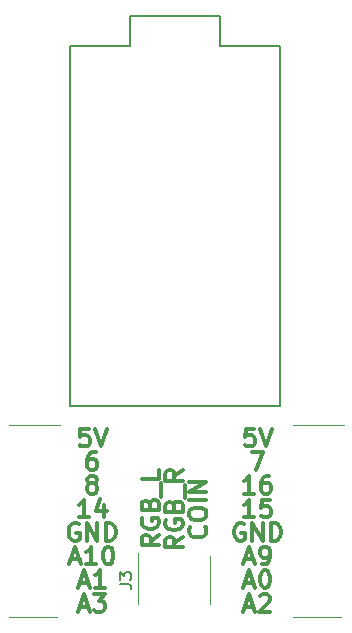
<source format=gbr>
%TF.GenerationSoftware,KiCad,Pcbnew,(5.1.10)-1*%
%TF.CreationDate,2022-02-27T18:22:25-05:00*%
%TF.ProjectId,chunair_core,6368756e-6169-4725-9f63-6f72652e6b69,rev?*%
%TF.SameCoordinates,Original*%
%TF.FileFunction,Legend,Top*%
%TF.FilePolarity,Positive*%
%FSLAX46Y46*%
G04 Gerber Fmt 4.6, Leading zero omitted, Abs format (unit mm)*
G04 Created by KiCad (PCBNEW (5.1.10)-1) date 2022-02-27 18:22:25*
%MOMM*%
%LPD*%
G01*
G04 APERTURE LIST*
%ADD10C,0.300000*%
%ADD11C,0.150000*%
%ADD12C,0.120000*%
G04 APERTURE END LIST*
D10*
X152535714Y-90464285D02*
X152607142Y-90535714D01*
X152678571Y-90750000D01*
X152678571Y-90892857D01*
X152607142Y-91107142D01*
X152464285Y-91250000D01*
X152321428Y-91321428D01*
X152035714Y-91392857D01*
X151821428Y-91392857D01*
X151535714Y-91321428D01*
X151392857Y-91250000D01*
X151250000Y-91107142D01*
X151178571Y-90892857D01*
X151178571Y-90750000D01*
X151250000Y-90535714D01*
X151321428Y-90464285D01*
X151178571Y-89535714D02*
X151178571Y-89250000D01*
X151250000Y-89107142D01*
X151392857Y-88964285D01*
X151678571Y-88892857D01*
X152178571Y-88892857D01*
X152464285Y-88964285D01*
X152607142Y-89107142D01*
X152678571Y-89250000D01*
X152678571Y-89535714D01*
X152607142Y-89678571D01*
X152464285Y-89821428D01*
X152178571Y-89892857D01*
X151678571Y-89892857D01*
X151392857Y-89821428D01*
X151250000Y-89678571D01*
X151178571Y-89535714D01*
X152678571Y-88250000D02*
X151178571Y-88250000D01*
X152678571Y-87535714D02*
X151178571Y-87535714D01*
X152678571Y-86678571D01*
X151178571Y-86678571D01*
X150678571Y-91357142D02*
X149964285Y-91857142D01*
X150678571Y-92214285D02*
X149178571Y-92214285D01*
X149178571Y-91642857D01*
X149250000Y-91500000D01*
X149321428Y-91428571D01*
X149464285Y-91357142D01*
X149678571Y-91357142D01*
X149821428Y-91428571D01*
X149892857Y-91500000D01*
X149964285Y-91642857D01*
X149964285Y-92214285D01*
X149250000Y-89928571D02*
X149178571Y-90071428D01*
X149178571Y-90285714D01*
X149250000Y-90500000D01*
X149392857Y-90642857D01*
X149535714Y-90714285D01*
X149821428Y-90785714D01*
X150035714Y-90785714D01*
X150321428Y-90714285D01*
X150464285Y-90642857D01*
X150607142Y-90500000D01*
X150678571Y-90285714D01*
X150678571Y-90142857D01*
X150607142Y-89928571D01*
X150535714Y-89857142D01*
X150035714Y-89857142D01*
X150035714Y-90142857D01*
X149892857Y-88714285D02*
X149964285Y-88500000D01*
X150035714Y-88428571D01*
X150178571Y-88357142D01*
X150392857Y-88357142D01*
X150535714Y-88428571D01*
X150607142Y-88500000D01*
X150678571Y-88642857D01*
X150678571Y-89214285D01*
X149178571Y-89214285D01*
X149178571Y-88714285D01*
X149250000Y-88571428D01*
X149321428Y-88500000D01*
X149464285Y-88428571D01*
X149607142Y-88428571D01*
X149750000Y-88500000D01*
X149821428Y-88571428D01*
X149892857Y-88714285D01*
X149892857Y-89214285D01*
X150821428Y-88071428D02*
X150821428Y-86928571D01*
X150678571Y-85714285D02*
X149964285Y-86214285D01*
X150678571Y-86571428D02*
X149178571Y-86571428D01*
X149178571Y-86000000D01*
X149250000Y-85857142D01*
X149321428Y-85785714D01*
X149464285Y-85714285D01*
X149678571Y-85714285D01*
X149821428Y-85785714D01*
X149892857Y-85857142D01*
X149964285Y-86000000D01*
X149964285Y-86571428D01*
X148678571Y-91214285D02*
X147964285Y-91714285D01*
X148678571Y-92071428D02*
X147178571Y-92071428D01*
X147178571Y-91500000D01*
X147250000Y-91357142D01*
X147321428Y-91285714D01*
X147464285Y-91214285D01*
X147678571Y-91214285D01*
X147821428Y-91285714D01*
X147892857Y-91357142D01*
X147964285Y-91500000D01*
X147964285Y-92071428D01*
X147250000Y-89785714D02*
X147178571Y-89928571D01*
X147178571Y-90142857D01*
X147250000Y-90357142D01*
X147392857Y-90500000D01*
X147535714Y-90571428D01*
X147821428Y-90642857D01*
X148035714Y-90642857D01*
X148321428Y-90571428D01*
X148464285Y-90500000D01*
X148607142Y-90357142D01*
X148678571Y-90142857D01*
X148678571Y-90000000D01*
X148607142Y-89785714D01*
X148535714Y-89714285D01*
X148035714Y-89714285D01*
X148035714Y-90000000D01*
X147892857Y-88571428D02*
X147964285Y-88357142D01*
X148035714Y-88285714D01*
X148178571Y-88214285D01*
X148392857Y-88214285D01*
X148535714Y-88285714D01*
X148607142Y-88357142D01*
X148678571Y-88500000D01*
X148678571Y-89071428D01*
X147178571Y-89071428D01*
X147178571Y-88571428D01*
X147250000Y-88428571D01*
X147321428Y-88357142D01*
X147464285Y-88285714D01*
X147607142Y-88285714D01*
X147750000Y-88357142D01*
X147821428Y-88428571D01*
X147892857Y-88571428D01*
X147892857Y-89071428D01*
X148821428Y-87928571D02*
X148821428Y-86785714D01*
X148678571Y-85714285D02*
X148678571Y-86428571D01*
X147178571Y-86428571D01*
X155928571Y-97250000D02*
X156642857Y-97250000D01*
X155785714Y-97678571D02*
X156285714Y-96178571D01*
X156785714Y-97678571D01*
X157214285Y-96321428D02*
X157285714Y-96250000D01*
X157428571Y-96178571D01*
X157785714Y-96178571D01*
X157928571Y-96250000D01*
X158000000Y-96321428D01*
X158071428Y-96464285D01*
X158071428Y-96607142D01*
X158000000Y-96821428D01*
X157142857Y-97678571D01*
X158071428Y-97678571D01*
X155928571Y-95250000D02*
X156642857Y-95250000D01*
X155785714Y-95678571D02*
X156285714Y-94178571D01*
X156785714Y-95678571D01*
X157571428Y-94178571D02*
X157714285Y-94178571D01*
X157857142Y-94250000D01*
X157928571Y-94321428D01*
X158000000Y-94464285D01*
X158071428Y-94750000D01*
X158071428Y-95107142D01*
X158000000Y-95392857D01*
X157928571Y-95535714D01*
X157857142Y-95607142D01*
X157714285Y-95678571D01*
X157571428Y-95678571D01*
X157428571Y-95607142D01*
X157357142Y-95535714D01*
X157285714Y-95392857D01*
X157214285Y-95107142D01*
X157214285Y-94750000D01*
X157285714Y-94464285D01*
X157357142Y-94321428D01*
X157428571Y-94250000D01*
X157571428Y-94178571D01*
X155928571Y-93250000D02*
X156642857Y-93250000D01*
X155785714Y-93678571D02*
X156285714Y-92178571D01*
X156785714Y-93678571D01*
X157357142Y-93678571D02*
X157642857Y-93678571D01*
X157785714Y-93607142D01*
X157857142Y-93535714D01*
X158000000Y-93321428D01*
X158071428Y-93035714D01*
X158071428Y-92464285D01*
X158000000Y-92321428D01*
X157928571Y-92250000D01*
X157785714Y-92178571D01*
X157500000Y-92178571D01*
X157357142Y-92250000D01*
X157285714Y-92321428D01*
X157214285Y-92464285D01*
X157214285Y-92821428D01*
X157285714Y-92964285D01*
X157357142Y-93035714D01*
X157500000Y-93107142D01*
X157785714Y-93107142D01*
X157928571Y-93035714D01*
X158000000Y-92964285D01*
X158071428Y-92821428D01*
X141928571Y-97250000D02*
X142642857Y-97250000D01*
X141785714Y-97678571D02*
X142285714Y-96178571D01*
X142785714Y-97678571D01*
X143142857Y-96178571D02*
X144071428Y-96178571D01*
X143571428Y-96750000D01*
X143785714Y-96750000D01*
X143928571Y-96821428D01*
X144000000Y-96892857D01*
X144071428Y-97035714D01*
X144071428Y-97392857D01*
X144000000Y-97535714D01*
X143928571Y-97607142D01*
X143785714Y-97678571D01*
X143357142Y-97678571D01*
X143214285Y-97607142D01*
X143142857Y-97535714D01*
X141928571Y-95250000D02*
X142642857Y-95250000D01*
X141785714Y-95678571D02*
X142285714Y-94178571D01*
X142785714Y-95678571D01*
X144071428Y-95678571D02*
X143214285Y-95678571D01*
X143642857Y-95678571D02*
X143642857Y-94178571D01*
X143500000Y-94392857D01*
X143357142Y-94535714D01*
X143214285Y-94607142D01*
X141214285Y-93250000D02*
X141928571Y-93250000D01*
X141071428Y-93678571D02*
X141571428Y-92178571D01*
X142071428Y-93678571D01*
X143357142Y-93678571D02*
X142500000Y-93678571D01*
X142928571Y-93678571D02*
X142928571Y-92178571D01*
X142785714Y-92392857D01*
X142642857Y-92535714D01*
X142500000Y-92607142D01*
X144285714Y-92178571D02*
X144428571Y-92178571D01*
X144571428Y-92250000D01*
X144642857Y-92321428D01*
X144714285Y-92464285D01*
X144785714Y-92750000D01*
X144785714Y-93107142D01*
X144714285Y-93392857D01*
X144642857Y-93535714D01*
X144571428Y-93607142D01*
X144428571Y-93678571D01*
X144285714Y-93678571D01*
X144142857Y-93607142D01*
X144071428Y-93535714D01*
X144000000Y-93392857D01*
X143928571Y-93107142D01*
X143928571Y-92750000D01*
X144000000Y-92464285D01*
X144071428Y-92321428D01*
X144142857Y-92250000D01*
X144285714Y-92178571D01*
X156714285Y-89678571D02*
X155857142Y-89678571D01*
X156285714Y-89678571D02*
X156285714Y-88178571D01*
X156142857Y-88392857D01*
X156000000Y-88535714D01*
X155857142Y-88607142D01*
X158071428Y-88178571D02*
X157357142Y-88178571D01*
X157285714Y-88892857D01*
X157357142Y-88821428D01*
X157500000Y-88750000D01*
X157857142Y-88750000D01*
X158000000Y-88821428D01*
X158071428Y-88892857D01*
X158142857Y-89035714D01*
X158142857Y-89392857D01*
X158071428Y-89535714D01*
X158000000Y-89607142D01*
X157857142Y-89678571D01*
X157500000Y-89678571D01*
X157357142Y-89607142D01*
X157285714Y-89535714D01*
X156714285Y-87678571D02*
X155857142Y-87678571D01*
X156285714Y-87678571D02*
X156285714Y-86178571D01*
X156142857Y-86392857D01*
X156000000Y-86535714D01*
X155857142Y-86607142D01*
X158000000Y-86178571D02*
X157714285Y-86178571D01*
X157571428Y-86250000D01*
X157500000Y-86321428D01*
X157357142Y-86535714D01*
X157285714Y-86821428D01*
X157285714Y-87392857D01*
X157357142Y-87535714D01*
X157428571Y-87607142D01*
X157571428Y-87678571D01*
X157857142Y-87678571D01*
X158000000Y-87607142D01*
X158071428Y-87535714D01*
X158142857Y-87392857D01*
X158142857Y-87035714D01*
X158071428Y-86892857D01*
X158000000Y-86821428D01*
X157857142Y-86750000D01*
X157571428Y-86750000D01*
X157428571Y-86821428D01*
X157357142Y-86892857D01*
X157285714Y-87035714D01*
X156500000Y-84178571D02*
X157500000Y-84178571D01*
X156857142Y-85678571D01*
X142714285Y-89678571D02*
X141857142Y-89678571D01*
X142285714Y-89678571D02*
X142285714Y-88178571D01*
X142142857Y-88392857D01*
X142000000Y-88535714D01*
X141857142Y-88607142D01*
X144000000Y-88678571D02*
X144000000Y-89678571D01*
X143642857Y-88107142D02*
X143285714Y-89178571D01*
X144214285Y-89178571D01*
X142857142Y-86821428D02*
X142714285Y-86750000D01*
X142642857Y-86678571D01*
X142571428Y-86535714D01*
X142571428Y-86464285D01*
X142642857Y-86321428D01*
X142714285Y-86250000D01*
X142857142Y-86178571D01*
X143142857Y-86178571D01*
X143285714Y-86250000D01*
X143357142Y-86321428D01*
X143428571Y-86464285D01*
X143428571Y-86535714D01*
X143357142Y-86678571D01*
X143285714Y-86750000D01*
X143142857Y-86821428D01*
X142857142Y-86821428D01*
X142714285Y-86892857D01*
X142642857Y-86964285D01*
X142571428Y-87107142D01*
X142571428Y-87392857D01*
X142642857Y-87535714D01*
X142714285Y-87607142D01*
X142857142Y-87678571D01*
X143142857Y-87678571D01*
X143285714Y-87607142D01*
X143357142Y-87535714D01*
X143428571Y-87392857D01*
X143428571Y-87107142D01*
X143357142Y-86964285D01*
X143285714Y-86892857D01*
X143142857Y-86821428D01*
X143285714Y-84178571D02*
X143000000Y-84178571D01*
X142857142Y-84250000D01*
X142785714Y-84321428D01*
X142642857Y-84535714D01*
X142571428Y-84821428D01*
X142571428Y-85392857D01*
X142642857Y-85535714D01*
X142714285Y-85607142D01*
X142857142Y-85678571D01*
X143142857Y-85678571D01*
X143285714Y-85607142D01*
X143357142Y-85535714D01*
X143428571Y-85392857D01*
X143428571Y-85035714D01*
X143357142Y-84892857D01*
X143285714Y-84821428D01*
X143142857Y-84750000D01*
X142857142Y-84750000D01*
X142714285Y-84821428D01*
X142642857Y-84892857D01*
X142571428Y-85035714D01*
X155857142Y-90250000D02*
X155714285Y-90178571D01*
X155500000Y-90178571D01*
X155285714Y-90250000D01*
X155142857Y-90392857D01*
X155071428Y-90535714D01*
X155000000Y-90821428D01*
X155000000Y-91035714D01*
X155071428Y-91321428D01*
X155142857Y-91464285D01*
X155285714Y-91607142D01*
X155500000Y-91678571D01*
X155642857Y-91678571D01*
X155857142Y-91607142D01*
X155928571Y-91535714D01*
X155928571Y-91035714D01*
X155642857Y-91035714D01*
X156571428Y-91678571D02*
X156571428Y-90178571D01*
X157428571Y-91678571D01*
X157428571Y-90178571D01*
X158142857Y-91678571D02*
X158142857Y-90178571D01*
X158500000Y-90178571D01*
X158714285Y-90250000D01*
X158857142Y-90392857D01*
X158928571Y-90535714D01*
X159000000Y-90821428D01*
X159000000Y-91035714D01*
X158928571Y-91321428D01*
X158857142Y-91464285D01*
X158714285Y-91607142D01*
X158500000Y-91678571D01*
X158142857Y-91678571D01*
X141857142Y-90250000D02*
X141714285Y-90178571D01*
X141500000Y-90178571D01*
X141285714Y-90250000D01*
X141142857Y-90392857D01*
X141071428Y-90535714D01*
X141000000Y-90821428D01*
X141000000Y-91035714D01*
X141071428Y-91321428D01*
X141142857Y-91464285D01*
X141285714Y-91607142D01*
X141500000Y-91678571D01*
X141642857Y-91678571D01*
X141857142Y-91607142D01*
X141928571Y-91535714D01*
X141928571Y-91035714D01*
X141642857Y-91035714D01*
X142571428Y-91678571D02*
X142571428Y-90178571D01*
X143428571Y-91678571D01*
X143428571Y-90178571D01*
X144142857Y-91678571D02*
X144142857Y-90178571D01*
X144500000Y-90178571D01*
X144714285Y-90250000D01*
X144857142Y-90392857D01*
X144928571Y-90535714D01*
X145000000Y-90821428D01*
X145000000Y-91035714D01*
X144928571Y-91321428D01*
X144857142Y-91464285D01*
X144714285Y-91607142D01*
X144500000Y-91678571D01*
X144142857Y-91678571D01*
X156714285Y-82178571D02*
X156000000Y-82178571D01*
X155928571Y-82892857D01*
X156000000Y-82821428D01*
X156142857Y-82750000D01*
X156500000Y-82750000D01*
X156642857Y-82821428D01*
X156714285Y-82892857D01*
X156785714Y-83035714D01*
X156785714Y-83392857D01*
X156714285Y-83535714D01*
X156642857Y-83607142D01*
X156500000Y-83678571D01*
X156142857Y-83678571D01*
X156000000Y-83607142D01*
X155928571Y-83535714D01*
X157214285Y-82178571D02*
X157714285Y-83678571D01*
X158214285Y-82178571D01*
X142714285Y-82178571D02*
X142000000Y-82178571D01*
X141928571Y-82892857D01*
X142000000Y-82821428D01*
X142142857Y-82750000D01*
X142500000Y-82750000D01*
X142642857Y-82821428D01*
X142714285Y-82892857D01*
X142785714Y-83035714D01*
X142785714Y-83392857D01*
X142714285Y-83535714D01*
X142642857Y-83607142D01*
X142500000Y-83678571D01*
X142142857Y-83678571D01*
X142000000Y-83607142D01*
X141928571Y-83535714D01*
X143214285Y-82178571D02*
X143714285Y-83678571D01*
X144214285Y-82178571D01*
D11*
%TO.C,U1*%
X158890000Y-80240000D02*
X141110000Y-80240000D01*
X158890000Y-49760000D02*
X158890000Y-80240000D01*
X153810000Y-49760000D02*
X158890000Y-49760000D01*
X153810000Y-47220000D02*
X153810000Y-49760000D01*
X146190000Y-47220000D02*
X153810000Y-47220000D01*
X146190000Y-49760000D02*
X146190000Y-47220000D01*
X141110000Y-49760000D02*
X146190000Y-49760000D01*
X141110000Y-49760000D02*
X141110000Y-80240000D01*
D12*
%TO.C,J3*%
X146888000Y-92714000D02*
X146888000Y-97032000D01*
X152984000Y-92968000D02*
X152984000Y-97032000D01*
%TO.C,J2*%
X164286000Y-81888000D02*
X159968000Y-81888000D01*
X164032000Y-98144000D02*
X159968000Y-98144000D01*
%TO.C,J1*%
X140286000Y-81888000D02*
X135968000Y-81888000D01*
X140032000Y-98144000D02*
X135968000Y-98144000D01*
%TO.C,J3*%
D11*
X145324380Y-95333333D02*
X146038666Y-95333333D01*
X146181523Y-95380952D01*
X146276761Y-95476190D01*
X146324380Y-95619047D01*
X146324380Y-95714285D01*
X145324380Y-94952380D02*
X145324380Y-94333333D01*
X145705333Y-94666666D01*
X145705333Y-94523809D01*
X145752952Y-94428571D01*
X145800571Y-94380952D01*
X145895809Y-94333333D01*
X146133904Y-94333333D01*
X146229142Y-94380952D01*
X146276761Y-94428571D01*
X146324380Y-94523809D01*
X146324380Y-94809523D01*
X146276761Y-94904761D01*
X146229142Y-94952380D01*
%TD*%
M02*

</source>
